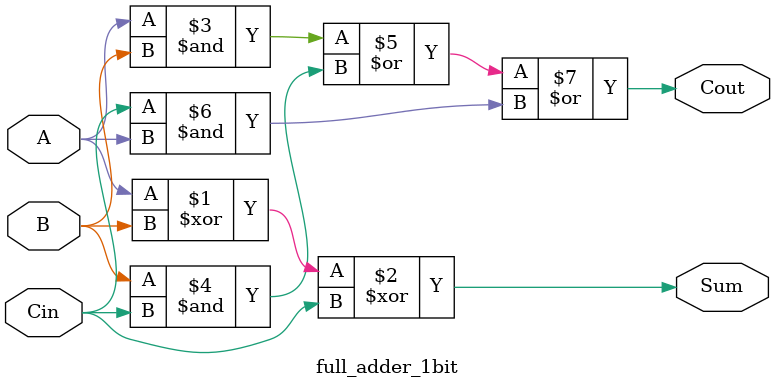
<source format=v>
module full_adder_1bit (
    input A,
    input B,
    input Cin,
    output Sum,
    output Cout
);
    assign Sum = A^B^Cin;
    assign Cout = (A & B) | (B & Cin) | (Cin & A);
endmodule
</source>
